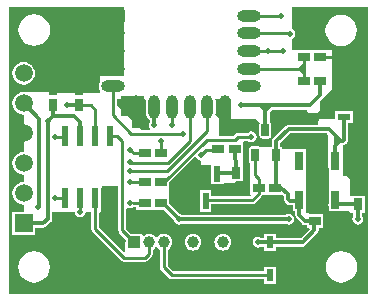
<source format=gtl>
%FSLAX25Y25*%
%MOIN*%
G70*
G01*
G75*
G04 Layer_Physical_Order=1*
G04 Layer_Color=255*
%ADD10R,0.04134X0.02362*%
%ADD11R,0.03937X0.03150*%
%ADD12R,0.00394X0.00394*%
%ADD13O,0.07874X0.03937*%
%ADD14C,0.06000*%
%ADD15R,0.02677X0.05906*%
G04:AMPARAMS|DCode=16|XSize=65.35mil|YSize=23.23mil|CornerRadius=2.9mil|HoleSize=0mil|Usage=FLASHONLY|Rotation=270.000|XOffset=0mil|YOffset=0mil|HoleType=Round|Shape=RoundedRectangle|*
%AMROUNDEDRECTD16*
21,1,0.06535,0.01742,0,0,270.0*
21,1,0.05955,0.02323,0,0,270.0*
1,1,0.00581,-0.00871,-0.02977*
1,1,0.00581,-0.00871,0.02977*
1,1,0.00581,0.00871,0.02977*
1,1,0.00581,0.00871,-0.02977*
%
%ADD16ROUNDEDRECTD16*%
%ADD17R,0.03150X0.03937*%
%ADD18O,0.03937X0.07874*%
%ADD19R,0.07874X0.03937*%
G04:AMPARAMS|DCode=20|XSize=42.91mil|YSize=24.02mil|CornerRadius=3mil|HoleSize=0mil|Usage=FLASHONLY|Rotation=90.000|XOffset=0mil|YOffset=0mil|HoleType=Round|Shape=RoundedRectangle|*
%AMROUNDEDRECTD20*
21,1,0.04291,0.01801,0,0,90.0*
21,1,0.03691,0.02402,0,0,90.0*
1,1,0.00600,0.00901,0.01846*
1,1,0.00600,0.00901,-0.01846*
1,1,0.00600,-0.00901,-0.01846*
1,1,0.00600,-0.00901,0.01846*
%
%ADD20ROUNDEDRECTD20*%
%ADD21R,0.02362X0.04134*%
%ADD22R,0.02362X0.05709*%
%ADD23C,0.01000*%
%ADD24C,0.01181*%
%ADD25R,0.02000X0.02850*%
%ADD26R,0.01575X0.03347*%
%ADD27R,0.03937X0.10925*%
%ADD28R,0.08858X0.22736*%
%ADD29R,0.05610X0.12492*%
%ADD30R,0.02661X0.06709*%
%ADD31R,0.04035X0.08366*%
%ADD32R,0.04921X0.05512*%
%ADD33R,0.07480X0.04331*%
%ADD34R,0.04169X0.07087*%
%ADD35R,0.07501X0.26028*%
%ADD36C,0.03937*%
%ADD37R,0.03937X0.03937*%
%ADD38C,0.05906*%
%ADD39R,0.05906X0.05906*%
%ADD40C,0.01969*%
G36*
X86799Y61925D02*
X84299Y64425D01*
X89299D01*
X86799Y61925D01*
D02*
G37*
G36*
X121026Y1618D02*
X1313D01*
Y97113D01*
X39628D01*
Y81118D01*
Y74618D01*
X31628D01*
Y72242D01*
X31541Y72130D01*
X31264Y71460D01*
X31169Y70740D01*
X31264Y70021D01*
X31541Y69350D01*
X31628Y69238D01*
Y68405D01*
X31201D01*
Y68405D01*
X14862D01*
X14370Y68898D01*
X14343Y68871D01*
X6201D01*
X5224Y68742D01*
X4315Y68365D01*
X3533Y67766D01*
X2934Y66985D01*
X2557Y66075D01*
X2428Y65098D01*
X2557Y64122D01*
X2934Y63212D01*
X3533Y62431D01*
X4315Y61831D01*
X5224Y61454D01*
X6201Y61326D01*
Y48871D01*
X5224Y48742D01*
X4315Y48365D01*
X3533Y47766D01*
X2934Y46985D01*
X2557Y46075D01*
X2428Y45098D01*
X2557Y44122D01*
X2934Y43212D01*
X3533Y42431D01*
X4315Y41831D01*
X5224Y41455D01*
X6201Y41326D01*
Y38871D01*
X5224Y38742D01*
X4315Y38365D01*
X3533Y37766D01*
X2934Y36985D01*
X2557Y36075D01*
X2428Y35098D01*
X2557Y34122D01*
X2934Y33212D01*
X3533Y32431D01*
X4315Y31831D01*
X5224Y31455D01*
X6201Y31326D01*
Y28839D01*
X2461D01*
Y21358D01*
X9941D01*
Y23694D01*
X12697D01*
X13235Y23800D01*
X13690Y24105D01*
X15186Y25601D01*
X15491Y26057D01*
X15598Y26594D01*
Y28740D01*
X23286D01*
X23386Y28234D01*
X23778Y27648D01*
X24364Y27256D01*
X25055Y27119D01*
X25746Y27256D01*
X26332Y27648D01*
X26724Y28234D01*
X26825Y28740D01*
X28743D01*
Y23193D01*
X28842Y22691D01*
X29127Y22265D01*
X38639Y12753D01*
X39065Y12468D01*
X39567Y12369D01*
X46752D01*
X47254Y12468D01*
X47680Y12753D01*
X48861Y13934D01*
X49146Y14360D01*
X49246Y14862D01*
Y16360D01*
X49323Y16392D01*
X49899Y16834D01*
X50144Y17153D01*
X50644D01*
X50889Y16834D01*
X51464Y16392D01*
X51542Y16360D01*
Y10433D01*
X51642Y9931D01*
X51926Y9505D01*
X54588Y6843D01*
X54843Y6673D01*
X55013Y6559D01*
X55516Y6459D01*
X86468D01*
Y4917D01*
X90405D01*
Y10626D01*
X86468D01*
Y9084D01*
X56059D01*
X54167Y10977D01*
Y16360D01*
X54244Y16392D01*
X54820Y16834D01*
X55262Y17409D01*
X55539Y18080D01*
X55634Y18799D01*
X55539Y19519D01*
X55262Y20189D01*
X54820Y20765D01*
X54244Y21206D01*
X53574Y21484D01*
X52854Y21579D01*
X52135Y21484D01*
X51464Y21206D01*
X50889Y20765D01*
X50644Y20445D01*
X50144D01*
X49899Y20765D01*
X49323Y21206D01*
X48652Y21484D01*
X47933Y21579D01*
X47214Y21484D01*
X46543Y21206D01*
X46216Y20956D01*
X45768Y21177D01*
Y21555D01*
X42112D01*
X40368Y23300D01*
Y30057D01*
X40809Y30293D01*
X40864Y30256D01*
X41555Y30119D01*
X42246Y30256D01*
X42779Y30613D01*
X43799D01*
Y29563D01*
X52930D01*
X56080Y26413D01*
X56205Y25785D01*
X56597Y25199D01*
X57183Y24807D01*
X57874Y24670D01*
X58565Y24807D01*
X58884Y25020D01*
X93469D01*
X93864Y24756D01*
X94555Y24619D01*
X95246Y24756D01*
X95832Y25148D01*
X96224Y25734D01*
X96362Y26425D01*
X96224Y27117D01*
X95832Y27703D01*
X95246Y28094D01*
X94555Y28232D01*
X93864Y28094D01*
X93469Y27830D01*
X59037D01*
X58565Y28145D01*
X58262Y28206D01*
X54811Y31656D01*
Y34287D01*
Y36563D01*
Y38766D01*
X63294Y47249D01*
X63772Y47103D01*
X63784Y47045D01*
X64175Y46459D01*
X64762Y46067D01*
X65256Y45969D01*
Y44587D01*
X68594D01*
Y44579D01*
Y38067D01*
X72531D01*
X72898Y38433D01*
X76232D01*
X76279Y38386D01*
X77063Y39169D01*
X79417D01*
Y39394D01*
Y44681D01*
X79311Y44787D01*
Y47563D01*
Y52287D01*
D01*
Y52287D01*
X79636Y52613D01*
X80831D01*
X81364Y52256D01*
X82055Y52119D01*
X82746Y52256D01*
X83332Y52648D01*
X83724Y53234D01*
X83862Y53925D01*
X83724Y54616D01*
X83332Y55203D01*
X82746Y55594D01*
X82055Y55732D01*
X81364Y55594D01*
X80831Y55238D01*
X77563D01*
X77061Y55138D01*
X76890Y55024D01*
X76635Y54853D01*
X76102Y54321D01*
X71325D01*
Y60074D01*
X70278Y61122D01*
X70278Y61122D01*
X70278Y61122D01*
X70098Y61163D01*
X70098D01*
X70193Y61882D01*
Y65819D01*
X70098Y66538D01*
X70151Y66618D01*
X75168D01*
X75295Y64228D01*
Y63102D01*
X75436Y62962D01*
Y59765D01*
X83694D01*
X84874Y58585D01*
X84790Y58160D01*
Y54470D01*
X84874Y54045D01*
X85115Y53685D01*
X85474Y53445D01*
X85899Y53361D01*
X87700D01*
X88124Y53445D01*
X88484Y53685D01*
X88724Y54045D01*
X88809Y54470D01*
Y58160D01*
X88724Y58585D01*
X88484Y58945D01*
X88204Y59131D01*
Y62195D01*
X89030Y63020D01*
X100689D01*
Y62500D01*
X101181Y62008D01*
X104331D01*
X105032Y62760D01*
Y65915D01*
X106049Y66932D01*
X109055Y69938D01*
Y82776D01*
X102311D01*
Y82787D01*
X96799D01*
Y82776D01*
X95627D01*
Y86655D01*
X96159Y87010D01*
X96551Y87596D01*
X96688Y88287D01*
X96551Y88979D01*
X96159Y89565D01*
X95627Y89920D01*
Y97113D01*
X121026D01*
Y1618D01*
D02*
G37*
G36*
X37661Y36992D02*
X37661D01*
X37742Y36911D01*
Y22756D01*
X37842Y22254D01*
X38127Y21828D01*
X40256Y19699D01*
Y19094D01*
X40111Y18949D01*
Y15647D01*
X39649Y15456D01*
X31368Y23737D01*
Y28612D01*
X32025Y29269D01*
Y34646D01*
Y36992D01*
X37661D01*
D01*
D02*
G37*
G36*
X46973Y66242D02*
X46917Y65819D01*
Y61882D01*
X47012Y61163D01*
X47290Y60492D01*
X47731Y59916D01*
X48264Y59507D01*
Y58909D01*
X48000Y58514D01*
X47863Y57823D01*
X48000Y57132D01*
X48303Y56679D01*
X48067Y56238D01*
X45620D01*
X37230Y64628D01*
Y66618D01*
X46643D01*
X46973Y66242D01*
D02*
G37*
G36*
X99835Y74146D02*
X97335Y76646D01*
X99835Y79146D01*
Y74146D01*
D02*
G37*
%LPC*%
G36*
X62697Y21579D02*
X61977Y21484D01*
X61307Y21206D01*
X60731Y20765D01*
X60290Y20189D01*
X60012Y19519D01*
X59917Y18799D01*
X60012Y18080D01*
X60290Y17409D01*
X60731Y16834D01*
X61307Y16392D01*
X61977Y16114D01*
X62697Y16019D01*
X63416Y16114D01*
X64087Y16392D01*
X64662Y16834D01*
X65104Y17409D01*
X65382Y18080D01*
X65477Y18799D01*
X65382Y19519D01*
X65104Y20189D01*
X64662Y20765D01*
X64087Y21206D01*
X63416Y21484D01*
X62697Y21579D01*
D02*
G37*
G36*
X72539D02*
X71820Y21484D01*
X71149Y21206D01*
X70574Y20765D01*
X70132Y20189D01*
X69854Y19519D01*
X69760Y18799D01*
X69854Y18080D01*
X70132Y17409D01*
X70574Y16834D01*
X71149Y16392D01*
X71820Y16114D01*
X72539Y16019D01*
X73259Y16114D01*
X73929Y16392D01*
X74505Y16834D01*
X74947Y17409D01*
X75224Y18080D01*
X75319Y18799D01*
X75224Y19519D01*
X74947Y20189D01*
X74505Y20765D01*
X73929Y21206D01*
X73259Y21484D01*
X72539Y21579D01*
D02*
G37*
G36*
X9746Y94839D02*
X8382Y94659D01*
X7111Y94133D01*
X6020Y93295D01*
X5182Y92204D01*
X4656Y90933D01*
X4476Y89569D01*
X4656Y88205D01*
X5182Y86934D01*
X6020Y85843D01*
X7111Y85005D01*
X8382Y84479D01*
X9746Y84299D01*
X11110Y84479D01*
X12381Y85005D01*
X13472Y85843D01*
X14309Y86934D01*
X14836Y88205D01*
X15015Y89569D01*
X14836Y90933D01*
X14309Y92204D01*
X13472Y93295D01*
X12381Y94133D01*
X11110Y94659D01*
X9746Y94839D01*
D02*
G37*
G36*
X9647Y15901D02*
X8284Y15722D01*
X7013Y15195D01*
X5921Y14358D01*
X5084Y13267D01*
X4558Y11996D01*
X4378Y10632D01*
X4558Y9268D01*
X5084Y7997D01*
X5921Y6906D01*
X7013Y6069D01*
X8284Y5542D01*
X9647Y5362D01*
X11011Y5542D01*
X12282Y6069D01*
X13374Y6906D01*
X14211Y7997D01*
X14737Y9268D01*
X14917Y10632D01*
X14737Y11996D01*
X14211Y13267D01*
X13374Y14358D01*
X12282Y15195D01*
X11011Y15722D01*
X9647Y15901D01*
D02*
G37*
G36*
X112108D02*
X110744Y15722D01*
X109473Y15195D01*
X108382Y14358D01*
X107545Y13267D01*
X107018Y11996D01*
X106839Y10632D01*
X107018Y9268D01*
X107545Y7997D01*
X108382Y6906D01*
X109473Y6069D01*
X110744Y5542D01*
X112108Y5362D01*
X113472Y5542D01*
X114743Y6069D01*
X115834Y6906D01*
X116672Y7997D01*
X117198Y9268D01*
X117378Y10632D01*
X117198Y11996D01*
X116672Y13267D01*
X115834Y14358D01*
X114743Y15195D01*
X113472Y15722D01*
X112108Y15901D01*
D02*
G37*
G36*
X115842Y62547D02*
X110134D01*
Y60039D01*
X105071D01*
X105032Y60079D01*
X104331Y58957D01*
Y57948D01*
X94533D01*
X93995Y57841D01*
X93539Y57537D01*
X89408Y53406D01*
X89104Y52950D01*
X88997Y52412D01*
Y50706D01*
X88717Y50519D01*
X88639Y50403D01*
X84960D01*
X84882Y50519D01*
X84522Y50760D01*
X84097Y50844D01*
X82296D01*
X81872Y50760D01*
X81512Y50519D01*
X81272Y50160D01*
X81187Y49735D01*
Y46044D01*
X81272Y45620D01*
X81512Y45260D01*
X81872Y45020D01*
X81872Y45020D01*
X81799Y44932D01*
D01*
X81799Y44932D01*
X81799Y44932D01*
Y39382D01*
Y34657D01*
X81799Y34657D01*
X81799D01*
X81863Y34504D01*
X81585Y34088D01*
X68791D01*
Y36098D01*
X64854D01*
Y28815D01*
X68791D01*
Y31463D01*
X82406D01*
X82908Y31563D01*
X83334Y31847D01*
X85483Y33997D01*
X85768Y34423D01*
X85814Y34657D01*
X92432D01*
X92886Y34203D01*
Y33369D01*
X92993Y32831D01*
X93298Y32376D01*
X93990Y31684D01*
X94446Y31379D01*
X94983Y31272D01*
X96024D01*
Y29189D01*
X96745D01*
Y27847D01*
X96745Y27847D01*
X96745D01*
X96852Y27309D01*
X97156Y26853D01*
X99019Y24991D01*
X99474Y24686D01*
X100012Y24579D01*
X100504D01*
Y23622D01*
X101395D01*
X101587Y23160D01*
X98627Y20200D01*
X90405D01*
Y21650D01*
X86468D01*
Y20204D01*
X85437D01*
X85042Y20468D01*
X84350Y20606D01*
X83659Y20468D01*
X83073Y20076D01*
X82682Y19490D01*
X82544Y18799D01*
X82682Y18108D01*
X83073Y17522D01*
X83659Y17130D01*
X84350Y16993D01*
X85042Y17130D01*
X85437Y17394D01*
X86468D01*
Y15941D01*
X90405D01*
Y17390D01*
X99209D01*
X99746Y17497D01*
X100202Y17802D01*
X100202Y17802D01*
X100202Y17802D01*
X104143Y21743D01*
X104448Y22199D01*
X104555Y22736D01*
X104555Y22736D01*
X104555Y22736D01*
Y22736D01*
Y23622D01*
X106016D01*
Y28346D01*
X101210D01*
X100974Y28787D01*
X101037Y28882D01*
X101098Y29189D01*
Y30748D01*
X107835D01*
Y29189D01*
X114673D01*
X115193Y28669D01*
X116150D01*
Y27511D01*
X115886Y27117D01*
X115749Y26425D01*
X115886Y25734D01*
X116278Y25148D01*
X116864Y24756D01*
X117555Y24619D01*
X118246Y24756D01*
X118832Y25148D01*
X119224Y25734D01*
X119361Y26425D01*
X119224Y27117D01*
X118960Y27511D01*
Y28669D01*
X119917D01*
Y34181D01*
X115193D01*
D01*
X115193D01*
X114980Y34394D01*
Y39894D01*
X114028Y40846D01*
X112598D01*
Y51182D01*
X112579Y51201D01*
X112579D01*
X113116Y51308D01*
X113572Y51613D01*
X113982Y52022D01*
X114286Y52478D01*
X114393Y53016D01*
Y58610D01*
X115842D01*
Y62547D01*
D02*
G37*
G36*
X112055Y94695D02*
X110691Y94515D01*
X109420Y93989D01*
X108329Y93151D01*
X107492Y92060D01*
X106965Y90789D01*
X106786Y89425D01*
X106965Y88061D01*
X107492Y86791D01*
X108329Y85699D01*
X109420Y84862D01*
X110691Y84335D01*
X112055Y84156D01*
X113419Y84335D01*
X114690Y84862D01*
X115781Y85699D01*
X116619Y86791D01*
X117145Y88061D01*
X117325Y89425D01*
X117145Y90789D01*
X116619Y92060D01*
X115781Y93151D01*
X114690Y93989D01*
X113419Y94515D01*
X112055Y94695D01*
D02*
G37*
G36*
X6201Y78871D02*
X5224Y78742D01*
X4315Y78365D01*
X3533Y77766D01*
X2934Y76985D01*
X2557Y76075D01*
X2428Y75098D01*
X2557Y74122D01*
X2934Y73212D01*
X3533Y72431D01*
X4315Y71831D01*
X5224Y71455D01*
X6201Y71326D01*
X7177Y71455D01*
X8087Y71831D01*
X8868Y72431D01*
X9468Y73212D01*
X9845Y74122D01*
X9973Y75098D01*
X9845Y76075D01*
X9468Y76985D01*
X8868Y77766D01*
X8087Y78365D01*
X7177Y78742D01*
X6201Y78871D01*
D02*
G37*
G36*
X64039Y44929D02*
X62563D01*
Y43453D01*
X64039Y44929D01*
D02*
G37*
%LPD*%
G36*
X105394Y43559D02*
X107854D01*
Y31551D01*
X100256D01*
Y43559D01*
X102717D01*
Y48283D01*
X105394D01*
Y43559D01*
D02*
G37*
G36*
X107454Y44362D02*
X106196D01*
Y48283D01*
X106135Y48591D01*
X105961Y48851D01*
X105701Y49025D01*
X105394Y49086D01*
X102717D01*
X102409Y49025D01*
X102149Y48851D01*
X101975Y48591D01*
X101914Y48283D01*
Y44362D01*
X100295D01*
Y49642D01*
X100202Y49735D01*
X92411D01*
Y50403D01*
X92164D01*
X92086Y50519D01*
X91807Y50706D01*
Y51830D01*
X95115Y55138D01*
X107454D01*
Y44362D01*
D02*
G37*
G54D10*
X101965Y60579D02*
D03*
X112988D02*
D03*
G54D11*
X84555Y37020D02*
D03*
X90055D02*
D03*
X76555Y49925D02*
D03*
X71055D02*
D03*
X99555Y80425D02*
D03*
X105055D02*
D03*
Y72425D02*
D03*
X99555D02*
D03*
X46555Y38925D02*
D03*
X52055D02*
D03*
X46555Y31925D02*
D03*
X52055D02*
D03*
X46555Y48425D02*
D03*
X52055D02*
D03*
X103260Y25984D02*
D03*
X108760D02*
D03*
G54D12*
X81193Y70740D02*
D03*
Y94362D02*
D03*
Y88457D02*
D03*
Y82551D02*
D03*
Y76646D02*
D03*
X73319Y63850D02*
D03*
X67413D02*
D03*
X61508D02*
D03*
X55602D02*
D03*
X49697D02*
D03*
X43791D02*
D03*
X35917Y70740D02*
D03*
Y76646D02*
D03*
Y82551D02*
D03*
Y88457D02*
D03*
Y94362D02*
D03*
G54D13*
X81193Y70740D02*
D03*
Y76646D02*
D03*
Y82551D02*
D03*
Y88457D02*
D03*
Y94362D02*
D03*
X35917Y70740D02*
D03*
Y76646D02*
D03*
Y82551D02*
D03*
Y88457D02*
D03*
G54D14*
X104055Y38244D02*
D03*
G54D15*
X109961Y45921D02*
D03*
X104055D02*
D03*
X98150D02*
D03*
Y32929D02*
D03*
X109961D02*
D03*
G54D16*
X35055Y54260D02*
D03*
X30055D02*
D03*
X25055D02*
D03*
X20055D02*
D03*
Y33591D02*
D03*
X25055D02*
D03*
X30055D02*
D03*
X35055D02*
D03*
G54D17*
X24555Y69925D02*
D03*
Y64425D02*
D03*
X117555Y36925D02*
D03*
Y31425D02*
D03*
X16055Y69925D02*
D03*
Y64425D02*
D03*
X77055Y41925D02*
D03*
Y36425D02*
D03*
G54D18*
X73319Y63850D02*
D03*
X67413D02*
D03*
X61508D02*
D03*
X55602D02*
D03*
X49697D02*
D03*
X43791D02*
D03*
G54D19*
X35917Y94362D02*
D03*
G54D20*
X86799Y56315D02*
D03*
X90402Y47890D02*
D03*
X83197D02*
D03*
G54D21*
X88437Y7772D02*
D03*
Y18795D02*
D03*
G54D22*
X66823Y32457D02*
D03*
X63083Y41709D02*
D03*
X70563D02*
D03*
G54D23*
X67197Y53008D02*
X76646D01*
X77563Y53925D01*
X82055D01*
X73055Y55925D02*
X73327Y56197D01*
X53114Y38925D02*
X67197Y53008D01*
X80055Y36425D02*
Y37884D01*
X67413Y55752D02*
Y63850D01*
X54086Y42425D02*
X67413Y55752D01*
X41555Y42425D02*
X54086D01*
X41630Y45350D02*
X54484D01*
X61587Y52453D01*
Y63772D01*
X52055Y38925D02*
X53114D01*
X55602Y57894D02*
Y63850D01*
X42134Y54925D02*
X59161D01*
X35917Y61142D02*
X42134Y54925D01*
X35917Y61142D02*
Y70740D01*
X41598Y49654D02*
X42827Y48425D01*
X46555D01*
X61508Y63850D02*
X61587Y63772D01*
X63807Y42028D02*
X64205Y42425D01*
X66555D01*
X117555Y38425D02*
Y43925D01*
X42055Y38925D02*
X46555D01*
X42555Y31925D02*
X46555D01*
X37220Y54260D02*
X39055Y52425D01*
X35055Y54260D02*
X37220D01*
X41555Y45425D02*
X41630Y45350D01*
X25055Y28925D02*
Y33591D01*
X24555Y69925D02*
Y74425D01*
X16055Y69925D02*
Y74425D01*
X73055Y55925D02*
Y63587D01*
X35697Y76425D02*
X35917Y76646D01*
X28055Y76425D02*
X35697D01*
X35791Y82425D02*
X35917Y82551D01*
X28055Y82425D02*
X35791D01*
X35886Y88425D02*
X35917Y88457D01*
X28055Y88425D02*
X35886D01*
X43791Y63850D02*
X44055Y63587D01*
X99335Y76646D02*
X99555Y76425D01*
Y80425D01*
Y72425D02*
Y76425D01*
X81193Y76646D02*
X99335D01*
X20055Y33591D02*
X20219Y33755D01*
X52055Y48425D02*
Y52425D01*
X67547Y32776D02*
X82406D01*
X84555Y34925D01*
Y37020D01*
X83197Y41284D02*
Y47890D01*
Y41284D02*
X84555Y39925D01*
Y37020D02*
Y39925D01*
X99555Y52425D02*
X104055D01*
X24555Y64425D02*
X28555D01*
X30055Y62925D01*
Y54260D02*
Y62925D01*
X16555Y53925D02*
Y54425D01*
Y53925D02*
X19721D01*
X16555Y33425D02*
X19890D01*
X77055Y36425D02*
X80055D01*
X35055Y26925D02*
Y33591D01*
X95043Y60579D02*
X95197Y60425D01*
X66956Y49425D02*
X70055D01*
X65453Y47922D02*
X66956Y49425D01*
X65453Y47736D02*
Y47922D01*
X81264Y82480D02*
X92512D01*
X81193Y82551D02*
X81264Y82480D01*
X94713Y88457D02*
X94882Y88287D01*
X81193Y88457D02*
X94713D01*
X81193Y94362D02*
X92055D01*
X92126Y94291D01*
X39055Y22756D02*
X43012Y18799D01*
X39055Y22756D02*
Y52425D01*
X30055Y23193D02*
X39567Y13681D01*
X46752D01*
X47933Y14862D01*
Y18799D01*
X30055Y23193D02*
Y33591D01*
X52854Y10433D02*
Y18799D01*
X55516Y7772D02*
X88437D01*
X52854Y10433D02*
X55516Y7772D01*
X110126Y80425D02*
X110236Y80315D01*
X105055Y80425D02*
X110126D01*
X43791Y63850D02*
X44353Y63288D01*
Y59781D02*
X44488Y59646D01*
X44353Y59781D02*
Y63288D01*
G54D24*
X109961Y44421D02*
Y50911D01*
X111655Y52606D02*
X111972D01*
X25055Y54260D02*
Y58913D01*
X23043Y60925D02*
X25055Y58913D01*
X16055Y60925D02*
X23043D01*
X94533Y56543D02*
X108035D01*
X90402Y52412D02*
X94533Y56543D01*
X90402Y47890D02*
Y52412D01*
X49669Y57823D02*
Y63823D01*
X49697Y63850D01*
X105055Y67925D02*
Y72425D01*
X58055Y26425D02*
X94555D01*
X90402Y37366D02*
Y47890D01*
X90055Y37020D02*
X90402Y37366D01*
X52055Y31925D02*
X52555D01*
X117555Y26425D02*
Y30445D01*
X109965Y31425D02*
X117555D01*
X109961Y31429D02*
X109965Y31425D01*
X76555Y46425D02*
Y49925D01*
Y46425D02*
X77055Y45925D01*
Y42913D02*
Y45925D01*
X101555Y64425D02*
X105055Y67925D01*
X71287Y42028D02*
X76953D01*
X20555Y64425D02*
X24555D01*
X78555D02*
X86799D01*
X101555D01*
X86799Y56315D02*
Y64425D01*
X16055Y60925D02*
Y64425D01*
X99209Y18795D02*
X103150Y22736D01*
X88437Y18795D02*
X99209D01*
X103150Y25874D02*
X103260Y25984D01*
X103150Y22736D02*
Y25874D01*
X92057Y37020D02*
X94291Y34785D01*
Y33369D02*
X94983Y32677D01*
X97898D01*
X94291Y33369D02*
Y34785D01*
X97898Y32677D02*
X98150Y32929D01*
X90055Y37020D02*
X92057D01*
X98150Y27847D02*
Y32929D01*
X100012Y25984D02*
X103260D01*
X98150Y27847D02*
X100012Y25984D01*
X108760D02*
X108858Y26083D01*
X107425Y28598D02*
X108166D01*
X108858Y27907D01*
Y26083D02*
Y27907D01*
X104055Y31969D02*
X107425Y28598D01*
X104055Y31969D02*
Y38244D01*
Y39425D01*
X14278Y59149D02*
X16055Y60925D01*
X6201Y65098D02*
X11319Y59980D01*
X52555Y31925D02*
X58055Y26425D01*
X12697Y25098D02*
X14193Y26594D01*
Y58506D01*
X6201Y25098D02*
X12697D01*
X11122Y30512D02*
X11319Y30709D01*
Y59980D01*
X88433Y18799D02*
X88437Y18795D01*
X84350Y18799D02*
X88433D01*
X110545Y54033D02*
X111972Y52606D01*
X108035Y56543D02*
X110545Y54033D01*
X109961Y50911D02*
X110584Y51534D01*
X111655Y52606D01*
X111972D02*
X112579D01*
X112988Y53016D01*
Y60579D01*
G54D25*
X63205Y43850D02*
D03*
G54D26*
X110201Y52803D02*
D03*
G54D27*
X44157Y62301D02*
D03*
G54D28*
X35398Y85726D02*
D03*
G54D29*
X34856Y31400D02*
D03*
G54D30*
X104047Y50138D02*
D03*
G54D31*
X73340Y58856D02*
D03*
G54D32*
X117484Y44240D02*
D03*
G54D33*
X77524Y36268D02*
D03*
G54D34*
X40534Y64220D02*
D03*
G54D35*
X104045Y41612D02*
D03*
G54D36*
X77461Y18799D02*
D03*
X67618D02*
D03*
X72539D02*
D03*
X57776D02*
D03*
X62697D02*
D03*
X47933D02*
D03*
X52854D02*
D03*
G54D37*
X43012D02*
D03*
G54D38*
X6201Y75098D02*
D03*
Y65098D02*
D03*
Y55098D02*
D03*
Y45098D02*
D03*
Y35098D02*
D03*
G54D39*
Y25098D02*
D03*
G54D40*
X49669Y57823D02*
D03*
X55673D02*
D03*
X41555Y49654D02*
D03*
X14429Y59299D02*
D03*
X59315Y54772D02*
D03*
X94555Y26425D02*
D03*
X117555Y43925D02*
D03*
X41555Y38925D02*
D03*
Y31925D02*
D03*
Y45425D02*
D03*
Y42425D02*
D03*
X25055Y28925D02*
D03*
X20555Y64425D02*
D03*
X24555Y74425D02*
D03*
X28055Y76425D02*
D03*
Y82425D02*
D03*
Y88425D02*
D03*
X16055Y74425D02*
D03*
X52055Y52425D02*
D03*
X73055Y55925D02*
D03*
X66555Y42425D02*
D03*
X82055Y53925D02*
D03*
X117555Y26425D02*
D03*
X99555Y52425D02*
D03*
X80055Y36425D02*
D03*
X78555Y64425D02*
D03*
X16555Y33425D02*
D03*
Y53925D02*
D03*
X35055Y26925D02*
D03*
X95043Y60579D02*
D03*
X65453Y47736D02*
D03*
X57874Y26476D02*
D03*
X92512Y82480D02*
D03*
X94882Y88287D02*
D03*
X92126Y94291D02*
D03*
X87500Y82480D02*
D03*
X11122Y30512D02*
D03*
X84350Y18799D02*
D03*
X110236Y80315D02*
D03*
X104035Y39370D02*
D03*
X44488Y59646D02*
D03*
M02*

</source>
